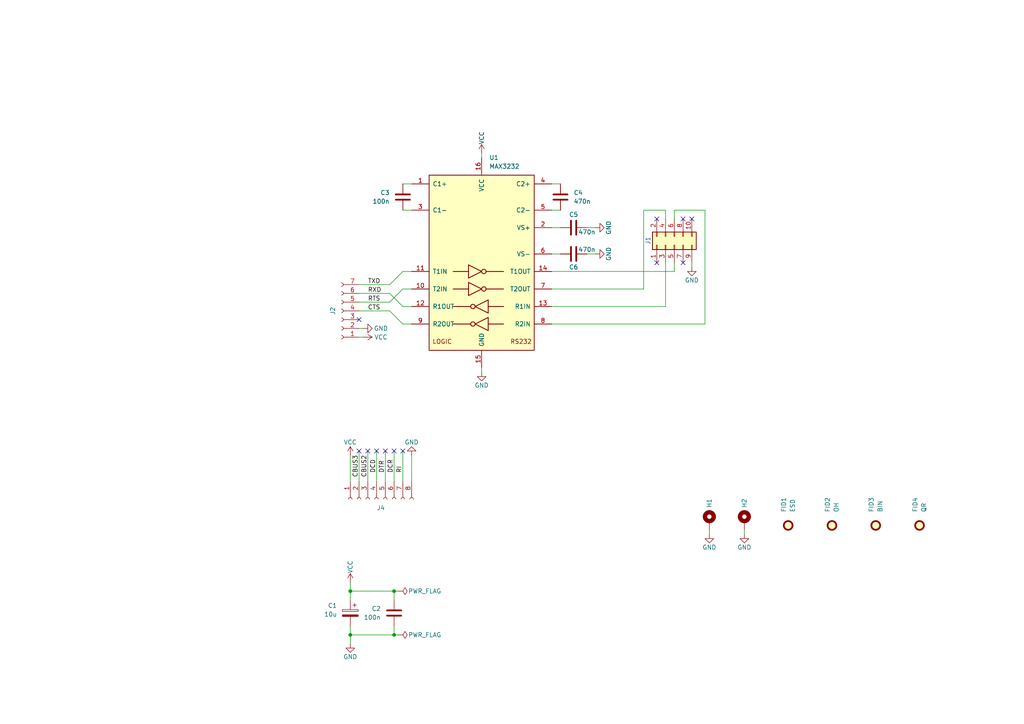
<source format=kicad_sch>
(kicad_sch (version 20230121) (generator eeschema)
  (paper "A4")
  (title_block (title "${acronym} - ${title}") (date "${date}") (rev "${revision}") (company "${company}") (comment 1 "${creator}") (comment 2 "${license}"))
  (lib_symbols
    (symbol "Connector:Conn_01x07_Socket" (pin_names (offset 1.016) hide)
      (property "Reference" "J" (at 0 10.16 0))
      (property "Value" "Conn_01x07_Socket" (at 0 -10.16 0))
      (symbol "Conn_01x07_Socket_1_1"
        (arc (start 0 -7.112) (mid -0.5058 -7.62) (end 0 -8.128) (stroke (width 0.1524)))
        (arc (start 0 -4.572) (mid -0.5058 -5.08) (end 0 -5.588) (stroke (width 0.1524)))
        (arc (start 0 -2.032) (mid -0.5058 -2.54) (end 0 -3.048) (stroke (width 0.1524)))
        (polyline (pts (xy -1.27 -7.62) (xy -0.508 -7.62)) (stroke (width 0.1524)))
        (polyline (pts (xy -1.27 -5.08) (xy -0.508 -5.08)) (stroke (width 0.1524)))
        (polyline (pts (xy -1.27 -2.54) (xy -0.508 -2.54)) (stroke (width 0.1524)))
        (polyline (pts (xy -1.27 0) (xy -0.508 0)) (stroke (width 0.1524)))
        (polyline (pts (xy -1.27 2.54) (xy -0.508 2.54)) (stroke (width 0.1524)))
        (polyline (pts (xy -1.27 5.08) (xy -0.508 5.08)) (stroke (width 0.1524)))
        (polyline (pts (xy -1.27 7.62) (xy -0.508 7.62)) (stroke (width 0.1524)))
        (arc (start 0 0.508) (mid -0.5058 0) (end 0 -0.508) (stroke (width 0.1524)))
        (arc (start 0 3.048) (mid -0.5058 2.54) (end 0 2.032) (stroke (width 0.1524)))
        (arc (start 0 5.588) (mid -0.5058 5.08) (end 0 4.572) (stroke (width 0.1524)))
        (arc (start 0 8.128) (mid -0.5058 7.62) (end 0 7.112) (stroke (width 0.1524)))
        (pin passive line (at -5.08 7.62 0) (length 3.81) (name "Pin_1") (number "1"))
        (pin passive line (at -5.08 5.08 0) (length 3.81) (name "Pin_2") (number "2"))
        (pin passive line (at -5.08 2.54 0) (length 3.81) (name "Pin_3") (number "3"))
        (pin passive line (at -5.08 0 0) (length 3.81) (name "Pin_4") (number "4"))
        (pin passive line (at -5.08 -2.54 0) (length 3.81) (name "Pin_5") (number "5"))
        (pin passive line (at -5.08 -5.08 0) (length 3.81) (name "Pin_6") (number "6"))
        (pin passive line (at -5.08 -7.62 0) (length 3.81) (name "Pin_7") (number "7"))
      )
    )
    (symbol "Connector:Conn_01x08_Socket" (pin_names (offset 1.016) hide)
      (property "Reference" "J" (at 0 10.16 0))
      (property "Value" "Conn_01x08_Socket" (at 0 -12.7 0))
      (symbol "Conn_01x08_Socket_1_1"
        (arc (start 0 -9.652) (mid -0.5058 -10.16) (end 0 -10.668) (stroke (width 0.1524)))
        (arc (start 0 -7.112) (mid -0.5058 -7.62) (end 0 -8.128) (stroke (width 0.1524)))
        (arc (start 0 -4.572) (mid -0.5058 -5.08) (end 0 -5.588) (stroke (width 0.1524)))
        (arc (start 0 -2.032) (mid -0.5058 -2.54) (end 0 -3.048) (stroke (width 0.1524)))
        (polyline (pts (xy -1.27 -10.16) (xy -0.508 -10.16)) (stroke (width 0.1524)))
        (polyline (pts (xy -1.27 -7.62) (xy -0.508 -7.62)) (stroke (width 0.1524)))
        (polyline (pts (xy -1.27 -5.08) (xy -0.508 -5.08)) (stroke (width 0.1524)))
        (polyline (pts (xy -1.27 -2.54) (xy -0.508 -2.54)) (stroke (width 0.1524)))
        (polyline (pts (xy -1.27 0) (xy -0.508 0)) (stroke (width 0.1524)))
        (polyline (pts (xy -1.27 2.54) (xy -0.508 2.54)) (stroke (width 0.1524)))
        (polyline (pts (xy -1.27 5.08) (xy -0.508 5.08)) (stroke (width 0.1524)))
        (polyline (pts (xy -1.27 7.62) (xy -0.508 7.62)) (stroke (width 0.1524)))
        (arc (start 0 0.508) (mid -0.5058 0) (end 0 -0.508) (stroke (width 0.1524)))
        (arc (start 0 3.048) (mid -0.5058 2.54) (end 0 2.032) (stroke (width 0.1524)))
        (arc (start 0 5.588) (mid -0.5058 5.08) (end 0 4.572) (stroke (width 0.1524)))
        (arc (start 0 8.128) (mid -0.5058 7.62) (end 0 7.112) (stroke (width 0.1524)))
        (pin passive line (at -5.08 7.62 0) (length 3.81) (name "Pin_1") (number "1"))
        (pin passive line (at -5.08 5.08 0) (length 3.81) (name "Pin_2") (number "2"))
        (pin passive line (at -5.08 2.54 0) (length 3.81) (name "Pin_3") (number "3"))
        (pin passive line (at -5.08 0 0) (length 3.81) (name "Pin_4") (number "4"))
        (pin passive line (at -5.08 -2.54 0) (length 3.81) (name "Pin_5") (number "5"))
        (pin passive line (at -5.08 -5.08 0) (length 3.81) (name "Pin_6") (number "6"))
        (pin passive line (at -5.08 -7.62 0) (length 3.81) (name "Pin_7") (number "7"))
        (pin passive line (at -5.08 -10.16 0) (length 3.81) (name "Pin_8") (number "8"))
      )
    )
    (symbol "Connector_Generic:Conn_02x05_Odd_Even" (pin_names (offset 1.016) hide)
      (property "Reference" "J" (at 1.27 7.62 0))
      (property "Value" "Conn_02x05_Odd_Even" (at 1.27 -7.62 0))
      (symbol "Conn_02x05_Odd_Even_1_1"
        (rectangle (start -1.27 -4.953) (end 0 -5.207) (stroke (width 0.1524)))
        (rectangle (start -1.27 -2.413) (end 0 -2.667) (stroke (width 0.1524)))
        (rectangle (start -1.27 0.127) (end 0 -0.127) (stroke (width 0.1524)))
        (rectangle (start -1.27 2.667) (end 0 2.413) (stroke (width 0.1524)))
        (rectangle (start -1.27 5.207) (end 0 4.953) (stroke (width 0.1524)))
        (rectangle (start -1.27 6.35) (end 3.81 -6.35) (stroke (width 0.254)) (fill (type background)))
        (rectangle (start 3.81 -4.953) (end 2.54 -5.207) (stroke (width 0.1524)))
        (rectangle (start 3.81 -2.413) (end 2.54 -2.667) (stroke (width 0.1524)))
        (rectangle (start 3.81 0.127) (end 2.54 -0.127) (stroke (width 0.1524)))
        (rectangle (start 3.81 2.667) (end 2.54 2.413) (stroke (width 0.1524)))
        (rectangle (start 3.81 5.207) (end 2.54 4.953) (stroke (width 0.1524)))
        (pin passive line (at -5.08 5.08 0) (length 3.81) (name "Pin_1") (number "1"))
        (pin passive line (at 7.62 -5.08 180) (length 3.81) (name "Pin_10") (number "10"))
        (pin passive line (at 7.62 5.08 180) (length 3.81) (name "Pin_2") (number "2"))
        (pin passive line (at -5.08 2.54 0) (length 3.81) (name "Pin_3") (number "3"))
        (pin passive line (at 7.62 2.54 180) (length 3.81) (name "Pin_4") (number "4"))
        (pin passive line (at -5.08 0 0) (length 3.81) (name "Pin_5") (number "5"))
        (pin passive line (at 7.62 0 180) (length 3.81) (name "Pin_6") (number "6"))
        (pin passive line (at -5.08 -2.54 0) (length 3.81) (name "Pin_7") (number "7"))
        (pin passive line (at 7.62 -2.54 180) (length 3.81) (name "Pin_8") (number "8"))
        (pin passive line (at -5.08 -5.08 0) (length 3.81) (name "Pin_9") (number "9"))
      )
    )
    (symbol "Device:C" (pin_numbers hide) (pin_names (offset 0.254))
      (property "Reference" "C" (at 0.635 2.54 0))
      (property "Value" "C" (at 0.635 -2.54 0))
      (symbol "C_0_1"
        (polyline (pts (xy -2.032 -0.762) (xy 2.032 -0.762)) (stroke (width 0.508)))
        (polyline (pts (xy -2.032 0.762) (xy 2.032 0.762)) (stroke (width 0.508)))
      )
      (symbol "C_1_1"
        (pin passive line (at 0 3.81 270) (length 2.794) (name "~") (number "1"))
        (pin passive line (at 0 -3.81 90) (length 2.794) (name "~") (number "2"))
      )
    )
    (symbol "Device:C_Polarized" (pin_numbers hide) (pin_names (offset 0.254))
      (property "Reference" "C" (at 0.635 2.54 0))
      (property "Value" "C_Polarized" (at 0.635 -2.54 0))
      (symbol "C_Polarized_0_1"
        (rectangle (start -2.286 0.508) (end 2.286 1.016))
        (polyline (pts (xy -1.778 2.286) (xy -0.762 2.286)))
        (polyline (pts (xy -1.27 2.794) (xy -1.27 1.778)))
        (rectangle (start 2.286 -0.508) (end -2.286 -1.016) (fill (type outline)))
      )
      (symbol "C_Polarized_1_1"
        (pin passive line (at 0 3.81 270) (length 2.794) (name "~") (number "1"))
        (pin passive line (at 0 -3.81 90) (length 2.794) (name "~") (number "2"))
      )
    )
    (symbol "Interface_UART:MAX3232" (pin_names (offset 1.016))
      (property "Reference" "U" (at -2.54 28.575 0))
      (property "Value" "MAX3232" (at -2.54 26.67 0))
      (symbol "MAX3232_0_0"
        (text "LOGIC" (at -11.43 -22.86 0) (effects (font (size 1.27 1.27))))
        (text "RS232" (at 11.43 -22.86 0) (effects (font (size 1.27 1.27))))
      )
      (symbol "MAX3232_0_1"
        (rectangle (start -15.24 -25.4) (end 15.24 25.4) (stroke (width 0.254)) (fill (type background)))
        (circle (center -2.54 -17.78) (radius 0.635) (stroke (width 0.254)))
        (circle (center -2.54 -12.7) (radius 0.635) (stroke (width 0.254)))
        (polyline (pts (xy -3.81 -7.62) (xy -8.255 -7.62)) (stroke (width 0.254)))
        (polyline (pts (xy -3.81 -2.54) (xy -8.255 -2.54)) (stroke (width 0.254)))
        (polyline (pts (xy -3.175 -17.78) (xy -8.255 -17.78)) (stroke (width 0.254)))
        (polyline (pts (xy -3.175 -12.7) (xy -8.255 -12.7)) (stroke (width 0.254)))
        (polyline (pts (xy 1.27 -7.62) (xy 6.35 -7.62)) (stroke (width 0.254)))
        (polyline (pts (xy 1.27 -2.54) (xy 6.35 -2.54)) (stroke (width 0.254)))
        (polyline (pts (xy 1.905 -17.78) (xy 6.35 -17.78)) (stroke (width 0.254)))
        (polyline (pts (xy 1.905 -12.7) (xy 6.35 -12.7)) (stroke (width 0.254)))
        (polyline (pts (xy -3.81 -5.715) (xy -3.81 -9.525) (xy 0 -7.62) (xy -3.81 -5.715)) (stroke (width 0.254)))
        (polyline (pts (xy -3.81 -0.635) (xy -3.81 -4.445) (xy 0 -2.54) (xy -3.81 -0.635)) (stroke (width 0.254)))
        (polyline (pts (xy 1.905 -15.875) (xy 1.905 -19.685) (xy -1.905 -17.78) (xy 1.905 -15.875)) (stroke (width 0.254)))
        (polyline (pts (xy 1.905 -10.795) (xy 1.905 -14.605) (xy -1.905 -12.7) (xy 1.905 -10.795)) (stroke (width 0.254)))
        (circle (center 0.635 -7.62) (radius 0.635) (stroke (width 0.254)))
        (circle (center 0.635 -2.54) (radius 0.635) (stroke (width 0.254)))
      )
      (symbol "MAX3232_1_1"
        (pin passive line (at -20.32 22.86 0) (length 5.08) (name "C1+") (number "1"))
        (pin input line (at -20.32 -7.62 0) (length 5.08) (name "T2IN") (number "10"))
        (pin input line (at -20.32 -2.54 0) (length 5.08) (name "T1IN") (number "11"))
        (pin output line (at -20.32 -12.7 0) (length 5.08) (name "R1OUT") (number "12"))
        (pin input line (at 20.32 -12.7 180) (length 5.08) (name "R1IN") (number "13"))
        (pin output line (at 20.32 -2.54 180) (length 5.08) (name "T1OUT") (number "14"))
        (pin power_in line (at 0 -30.48 90) (length 5.08) (name "GND") (number "15"))
        (pin power_in line (at 0 30.48 270) (length 5.08) (name "VCC") (number "16"))
        (pin power_out line (at 20.32 10.16 180) (length 5.08) (name "VS+") (number "2"))
        (pin passive line (at -20.32 15.24 0) (length 5.08) (name "C1-") (number "3"))
        (pin passive line (at 20.32 22.86 180) (length 5.08) (name "C2+") (number "4"))
        (pin passive line (at 20.32 15.24 180) (length 5.08) (name "C2-") (number "5"))
        (pin power_out line (at 20.32 2.54 180) (length 5.08) (name "VS-") (number "6"))
        (pin output line (at 20.32 -7.62 180) (length 5.08) (name "T2OUT") (number "7"))
        (pin input line (at 20.32 -17.78 180) (length 5.08) (name "R2IN") (number "8"))
        (pin output line (at -20.32 -17.78 0) (length 5.08) (name "R2OUT") (number "9"))
      )
    )
    (symbol "Mechanical:Fiducial"
      (property "Reference" "FID" (at 0 5.08 0))
      (property "Value" "Fiducial" (at 0 3.175 0))
      (symbol "Fiducial_0_1"
        (circle (center 0 0) (radius 1.27) (stroke (width 0.508)) (fill (type background)))
      )
    )
    (symbol "Mechanical:MountingHole_Pad" (pin_numbers hide) (pin_names (offset 1.016) hide)
      (property "Reference" "H" (at 0 6.35 0))
      (property "Value" "MountingHole_Pad" (at 0 4.445 0))
      (symbol "MountingHole_Pad_0_1"
        (circle (center 0 1.27) (radius 1.27) (stroke (width 1.27)))
      )
      (symbol "MountingHole_Pad_1_1"
        (pin input line (at 0 -2.54 90) (length 2.54) (name "1") (number "1"))
      )
    )
    (symbol "power:GND" (power) (pin_names (offset 0))
      (property "Value" "GND" (at 0 -3.81 0))
      (symbol "GND_0_1"
        (polyline (pts (xy 0 0) (xy 0 -1.27) (xy 1.27 -1.27) (xy 0 -2.54) (xy -1.27 -1.27) (xy 0 -1.27)))
      )
      (symbol "GND_1_1"
        (pin power_in line (at 0 0 270) (length 0) hide (name "GND") (number "1"))
      )
    )
    (symbol "power:PWR_FLAG" (power) (pin_numbers hide) (pin_names (offset 0) hide)
      (property "Value" "PWR_FLAG" (at 0 3.81 0))
      (symbol "PWR_FLAG_0_0"
        (pin power_out line (at 0 0 90) (length 0) (name "pwr") (number "1"))
      )
      (symbol "PWR_FLAG_0_1"
        (polyline (pts (xy 0 0) (xy 0 1.27) (xy -1.016 1.905) (xy 0 2.54) (xy 1.016 1.905) (xy 0 1.27)))
      )
    )
    (symbol "power:VCC" (power) (pin_names (offset 0))
      (property "Value" "VCC" (at 0 3.81 0))
      (symbol "VCC_0_1"
        (polyline (pts (xy -0.762 1.27) (xy 0 2.54)))
        (polyline (pts (xy 0 0) (xy 0 2.54)))
        (polyline (pts (xy 0 2.54) (xy 0.762 1.27)))
      )
      (symbol "VCC_1_1"
        (pin power_in line (at 0 0 90) (length 0) hide (name "VCC") (number "1"))
      )
    )
  )
  (junction (at 114.3 184.15))
  (junction (at 101.6 171.45))
  (junction (at 114.3 171.45))
  (junction (at 101.6 184.15))
  (no_connect (at 190.5 76.2))
  (no_connect (at 200.66 63.5))
  (no_connect (at 111.76 130.81))
  (no_connect (at 114.3 130.81))
  (no_connect (at 109.22 130.81))
  (no_connect (at 116.84 130.81))
  (no_connect (at 198.12 76.2))
  (no_connect (at 198.12 63.5))
  (no_connect (at 104.14 130.81))
  (no_connect (at 190.5 63.5))
  (no_connect (at 104.14 92.71))
  (no_connect (at 106.68 130.81))
  (wire (pts (xy 205.74 154.94) (xy 205.74 153.67)))
  (wire (pts (xy 114.3 130.81) (xy 114.3 139.7)))
  (wire (pts (xy 101.6 171.45) (xy 114.3 171.45)))
  (wire (pts (xy 160.02 93.98) (xy 204.47 93.98)))
  (wire (pts (xy 215.9 154.94) (xy 215.9 153.67)))
  (wire (pts (xy 160.02 83.82) (xy 186.69 83.82)))
  (wire (pts (xy 104.14 95.25) (xy 105.41 95.25)))
  (wire (pts (xy 105.41 97.79) (xy 104.14 97.79)))
  (wire (pts (xy 116.84 88.9) (xy 119.38 88.9)))
  (wire (pts (xy 170.18 73.66) (xy 172.72 73.66)))
  (wire (pts (xy 200.66 76.2) (xy 200.66 77.47)))
  (wire (pts (xy 113.03 85.09) (xy 116.84 88.9)))
  (wire (pts (xy 195.58 78.74) (xy 160.02 78.74)))
  (wire (pts (xy 195.58 76.2) (xy 195.58 78.74)))
  (wire (pts (xy 101.6 181.61) (xy 101.6 184.15)))
  (wire (pts (xy 116.84 78.74) (xy 119.38 78.74)))
  (wire (pts (xy 193.04 60.96) (xy 193.04 63.5)))
  (wire (pts (xy 139.7 107.95) (xy 139.7 106.68)))
  (wire (pts (xy 160.02 60.96) (xy 162.56 60.96)))
  (wire (pts (xy 119.38 139.7) (xy 119.38 132.08)))
  (wire (pts (xy 101.6 132.08) (xy 101.6 139.7)))
  (wire (pts (xy 115.57 171.45) (xy 114.3 171.45)))
  (wire (pts (xy 104.14 87.63) (xy 113.03 87.63)))
  (wire (pts (xy 116.84 53.34) (xy 119.38 53.34)))
  (wire (pts (xy 160.02 53.34) (xy 162.56 53.34)))
  (wire (pts (xy 160.02 73.66) (xy 162.56 73.66)))
  (wire (pts (xy 116.84 78.74) (xy 113.03 82.55)))
  (wire (pts (xy 160.02 66.04) (xy 162.56 66.04)))
  (wire (pts (xy 101.6 168.91) (xy 101.6 171.45)))
  (wire (pts (xy 104.14 130.81) (xy 104.14 139.7)))
  (wire (pts (xy 139.7 44.45) (xy 139.7 45.72)))
  (wire (pts (xy 101.6 171.45) (xy 101.6 173.99)))
  (wire (pts (xy 106.68 130.81) (xy 106.68 139.7)))
  (wire (pts (xy 115.57 184.15) (xy 114.3 184.15)))
  (wire (pts (xy 101.6 184.15) (xy 114.3 184.15)))
  (wire (pts (xy 186.69 60.96) (xy 193.04 60.96)))
  (wire (pts (xy 170.18 66.04) (xy 172.72 66.04)))
  (wire (pts (xy 113.03 87.63) (xy 116.84 83.82)))
  (wire (pts (xy 116.84 60.96) (xy 119.38 60.96)))
  (wire (pts (xy 116.84 130.81) (xy 116.84 139.7)))
  (wire (pts (xy 195.58 60.96) (xy 204.47 60.96)))
  (wire (pts (xy 114.3 173.99) (xy 114.3 171.45)))
  (wire (pts (xy 104.14 82.55) (xy 113.03 82.55)))
  (wire (pts (xy 204.47 93.98) (xy 204.47 60.96)))
  (wire (pts (xy 111.76 130.81) (xy 111.76 139.7)))
  (wire (pts (xy 114.3 181.61) (xy 114.3 184.15)))
  (wire (pts (xy 116.84 93.98) (xy 113.03 90.17)))
  (wire (pts (xy 186.69 60.96) (xy 186.69 83.82)))
  (wire (pts (xy 104.14 90.17) (xy 113.03 90.17)))
  (wire (pts (xy 193.04 76.2) (xy 193.04 88.9)))
  (wire (pts (xy 101.6 184.15) (xy 101.6 186.69)))
  (wire (pts (xy 160.02 88.9) (xy 193.04 88.9)))
  (wire (pts (xy 116.84 93.98) (xy 119.38 93.98)))
  (wire (pts (xy 109.22 130.81) (xy 109.22 139.7)))
  (wire (pts (xy 116.84 83.82) (xy 119.38 83.82)))
  (wire (pts (xy 104.14 85.09) (xy 113.03 85.09)))
  (wire (pts (xy 195.58 60.96) (xy 195.58 63.5)))
  (label "CTS" (at 106.68 90.17 0))
  (label "DCD" (at 109.22 137.16 90))
  (label "RXD" (at 106.68 85.09 0))
  (label "TXD" (at 106.68 82.55 0))
  (label "CBUS3" (at 104.14 138.43 90))
  (label "CBUS2" (at 106.68 138.43 90))
  (label "DTR" (at 111.76 137.16 90))
  (label "RI" (at 116.84 137.16 90))
  (label "DCR" (at 114.3 137.16 90))
  (label "RTS" (at 106.68 87.63 0))
  (symbol (lib_id "Mechanical:MountingHole_Pad") (at 215.9 151.13 0) (unit 1)
    (property "Reference" "H2" (at 215.9 147.32 90) (effects (justify left)))
    (property "Value" "MountingHole_Pad" (effects hide))
    (property "Footprint" "MountingHole:MountingHole_2.7mm_M2.5_Pad" (effects hide))
    (property "Vendor" "HTL" (effects hide))
    (property "VendorId" "101176" (effects hide))
  )
  (symbol (lib_id "Mechanical:Fiducial") (at 254 152.4 0) (unit 1)
    (property "Reference" "FID3" (at 252.73 148.59 90) (effects (justify left)))
    (property "Value" "BIN" (at 255.27 148.59 90) (effects (justify left)))
    (property "Footprint" "Symbol:WEEE-Logo_4.2x6mm_SilkScreen" (effects hide))
  )
  (symbol (lib_id "power:GND") (at 200.66 77.47 0) (unit 1)
    (property "Reference" "#PWR014" (effects hide))
    (property "Value" "GND" (at 200.66 81.28 0))
  )
  (symbol (lib_id "Device:C") (at 166.37 66.04 270) (unit 1)
    (property "Reference" "C5" (at 166.37 62.23 90))
    (property "Value" "470n" (at 172.72 67.31 90) (effects (justify right)))
    (property "Footprint" "Capacitor_SMD:C_1206_3216Metric" (effects hide))
    (property "Vendor" "HTL" (effects hide))
    (property "VendorId" "103260" (effects hide))
  )
  (symbol (lib_id "Mechanical:Fiducial") (at 228.6 152.4 0) (unit 1)
    (property "Reference" "FID1" (at 227.33 148.59 90) (effects (justify left)))
    (property "Value" "ESD" (at 229.87 148.59 90) (effects (justify left)))
    (property "Footprint" "Symbol:ESD-Logo_6.6x6mm_SilkScreen" (effects hide))
  )
  (symbol (lib_id "power:GND") (at 105.41 95.25 90) (unit 1)
    (property "Reference" "#PWR05" (effects hide))
    (property "Value" "GND" (at 110.49 95.25 90))
  )
  (symbol (lib_id "Mechanical:Fiducial") (at 266.7 152.4 0) (unit 1)
    (property "Reference" "FID4" (at 265.43 148.59 90) (effects (justify left)))
    (property "Value" "QR" (at 267.97 148.59 90) (effects (justify left)))
    (property "Footprint" "Images:QR_0x007e" (effects hide))
  )
  (symbol (lib_id "power:GND") (at 215.9 154.94 0) (unit 1)
    (property "Reference" "#PWR012" (effects hide))
    (property "Value" "GND" (at 215.9 158.75 0))
  )
  (symbol (lib_id "Device:C_Polarized") (at 101.6 177.8 0) (mirror y) (unit 1)
    (property "Reference" "C1" (at 97.79 175.641 0) (effects (justify left)))
    (property "Value" "10u" (at 97.79 178.181 0) (effects (justify left)))
    (property "Footprint" "Capacitor_Tantalum_SMD:CP_EIA-6032-28_Kemet-C" (effects hide))
    (property "Vendor" "HTL" (effects hide))
    (property "VendorId" "100140" (effects hide))
  )
  (symbol (lib_id "Mechanical:Fiducial") (at 241.3 152.4 0) (unit 1)
    (property "Reference" "FID2" (at 240.03 148.59 90) (effects (justify left)))
    (property "Value" "OH" (at 242.57 148.59 90) (effects (justify left)))
    (property "Footprint" "Symbol:OSHW-Logo_5.7x6mm_SilkScreen" (effects hide))
  )
  (symbol (lib_id "power:VCC") (at 101.6 132.08 0) (mirror y) (unit 1)
    (property "Reference" "#PWR03" (effects hide))
    (property "Value" "VCC" (at 103.505 128.27 0) (effects (justify left)))
  )
  (symbol (lib_id "power:PWR_FLAG") (at 115.57 184.15 270) (unit 1)
    (property "Reference" "#FLG02" (effects hide))
    (property "Value" "PWR_FLAG" (at 123.19 184.15 90))
  )
  (symbol (lib_id "power:GND") (at 101.6 186.69 0) (unit 1)
    (property "Reference" "#PWR02" (effects hide))
    (property "Value" "GND" (at 101.6 190.5 0))
  )
  (symbol (lib_id "Mechanical:MountingHole_Pad") (at 205.74 151.13 0) (unit 1)
    (property "Reference" "H1" (at 205.74 147.32 90) (effects (justify left)))
    (property "Value" "MountingHole_Pad" (effects hide))
    (property "Footprint" "MountingHole:MountingHole_2.7mm_M2.5_Pad" (effects hide))
    (property "Vendor" "HTL" (effects hide))
    (property "VendorId" "101176" (effects hide))
  )
  (symbol (lib_id "power:GND") (at 172.72 73.66 90) (unit 1)
    (property "Reference" "#PWR011" (effects hide))
    (property "Value" "GND" (at 176.53 73.66 0))
  )
  (symbol (lib_id "Connector_Generic:Conn_02x05_Odd_Even") (at 195.58 71.12 90) (unit 1)
    (property "Reference" "J1" (at 187.96 68.58 0) (effects (justify right)))
    (property "Value" "Conn_02x05_Odd_Even" (effects hide))
    (property "Footprint" "Connector_IDC:IDC-Header_2x05_P2.54mm_Vertical" (effects hide))
    (property "Vendor" "HTL" (effects hide))
    (property "VendorId" "101532" (effects hide))
  )
  (symbol (lib_id "Device:C") (at 116.84 57.15 0) (mirror x) (unit 1)
    (property "Reference" "C3" (at 113.03 55.88 0) (effects (justify right)))
    (property "Value" "100n" (at 113.03 58.42 0) (effects (justify right)))
    (property "Footprint" "Capacitor_SMD:C_1206_3216Metric" (effects hide))
    (property "Vendor" "HTL" (effects hide))
    (property "VendorId" "100128" (effects hide))
  )
  (symbol (lib_id "Device:C") (at 114.3 177.8 0) (mirror x) (unit 1)
    (property "Reference" "C2" (at 110.49 176.53 0) (effects (justify right)))
    (property "Value" "100n" (at 110.49 179.07 0) (effects (justify right)))
    (property "Footprint" "Capacitor_SMD:C_1206_3216Metric" (effects hide))
    (property "Vendor" "HTL" (effects hide))
    (property "VendorId" "100128" (effects hide))
  )
  (symbol (lib_id "power:VCC") (at 105.41 97.79 270) (unit 1)
    (property "Reference" "#PWR04" (effects hide))
    (property "Value" "VCC" (at 110.49 97.79 90))
  )
  (symbol (lib_id "power:PWR_FLAG") (at 115.57 171.45 270) (unit 1)
    (property "Reference" "#FLG01" (effects hide))
    (property "Value" "PWR_FLAG" (at 123.19 171.45 90))
  )
  (symbol (lib_id "Device:C") (at 162.56 57.15 180) (unit 1)
    (property "Reference" "C4" (at 166.37 55.88 0) (effects (justify right)))
    (property "Value" "470n" (at 166.37 58.42 0) (effects (justify right)))
    (property "Footprint" "Capacitor_SMD:C_1206_3216Metric" (effects hide))
    (property "Vendor" "HTL" (effects hide))
    (property "VendorId" "103260" (effects hide))
  )
  (symbol (lib_id "power:VCC") (at 101.6 168.91 0) (unit 1)
    (property "Reference" "#PWR01" (effects hide))
    (property "Value" "VCC" (at 101.6 166.37 90) (effects (justify left)))
  )
  (symbol (lib_id "power:VCC") (at 139.7 44.45 0) (unit 1)
    (property "Reference" "#PWR07" (effects hide))
    (property "Value" "VCC" (at 139.7 41.91 90) (effects (justify left)))
  )
  (symbol (lib_id "Interface_UART:MAX3232") (at 139.7 76.2 0) (unit 1)
    (property "Reference" "U1" (at 141.8941 45.72 0) (effects (justify left)))
    (property "Value" "MAX3232" (at 141.8941 48.26 0) (effects (justify left)))
    (property "Footprint" "Package_SO:TSSOP-16_4.4x5mm_P0.65mm" (effects hide))
    (property "Datasheet" "https://datasheets.maximintegrated.com/en/ds/MAX3222-MAX3241.pdf" (effects hide))
    (property "Vendor" "HTL" (effects hide))
    (property "VendorId" "100294" (effects hide))
  )
  (symbol (lib_id "power:GND") (at 119.38 132.08 0) (mirror x) (unit 1)
    (property "Reference" "#PWR06" (effects hide))
    (property "Value" "GND" (at 119.38 128.27 0))
  )
  (symbol (lib_id "Connector:Conn_01x08_Socket") (at 109.22 144.78 90) (mirror x) (unit 1)
    (property "Reference" "J4" (at 110.49 147.32 90))
    (property "Value" "Conn_01x08_Socket" (effects hide))
    (property "Footprint" "Connector_PinSocket_2.54mm:PinSocket_1x08_P2.54mm_Vertical" (effects hide))
    (property "Vendor" "HTL" (effects hide))
    (property "VendorId" "101546" (effects hide))
  )
  (symbol (lib_id "Connector:Conn_01x07_Socket") (at 99.06 90.17 180) (unit 1)
    (property "Reference" "J2" (at 96.52 90.17 90))
    (property "Value" "Conn_01x07_Socket" (effects hide))
    (property "Footprint" "Connector_PinSocket_2.54mm:PinSocket_1x07_P2.54mm_Vertical" (effects hide))
    (property "Vendor" "HTL" (effects hide))
    (property "VendorId" "101546" (effects hide))
  )
  (symbol (lib_id "power:GND") (at 139.7 107.95 0) (unit 1)
    (property "Reference" "#PWR08" (effects hide))
    (property "Value" "GND" (at 139.7 111.76 0))
  )
  (symbol (lib_id "power:GND") (at 205.74 154.94 0) (unit 1)
    (property "Reference" "#PWR09" (effects hide))
    (property "Value" "GND" (at 205.74 158.75 0))
  )
  (symbol (lib_id "Device:C") (at 166.37 73.66 270) (mirror x) (unit 1)
    (property "Reference" "C6" (at 166.37 77.47 90))
    (property "Value" "470n" (at 172.72 72.39 90) (effects (justify right)))
    (property "Footprint" "Capacitor_SMD:C_1206_3216Metric" (effects hide))
    (property "Vendor" "HTL" (effects hide))
    (property "VendorId" "103260" (effects hide))
  )
  (symbol (lib_id "power:GND") (at 172.72 66.04 90) (unit 1)
    (property "Reference" "#PWR010" (effects hide))
    (property "Value" "GND" (at 176.53 66.04 0))
  )
)
</source>
